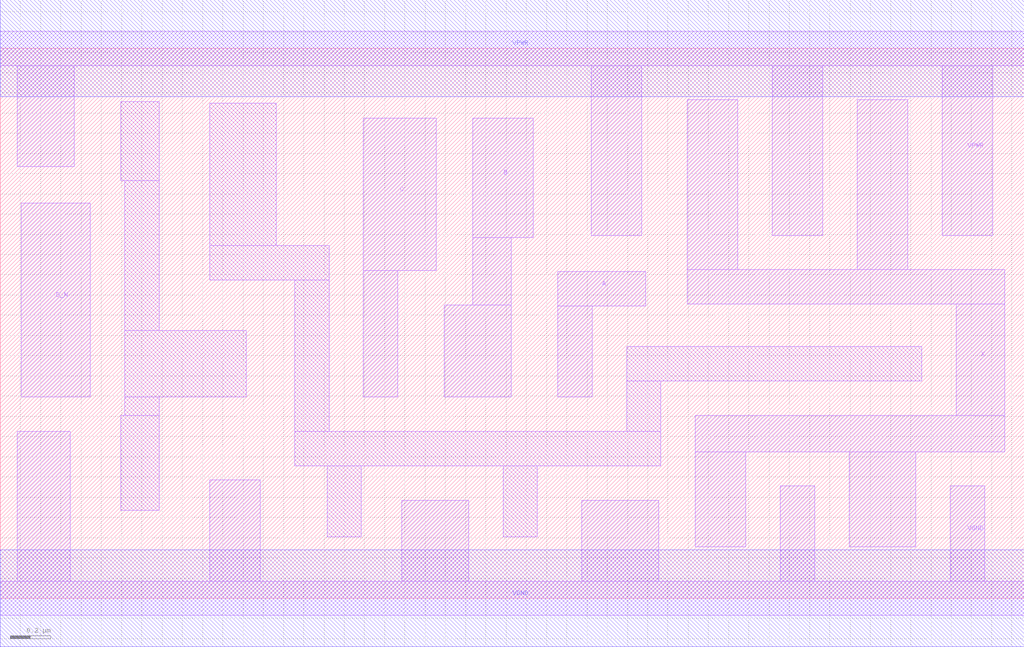
<source format=lef>
# Copyright 2020 The SkyWater PDK Authors
#
# Licensed under the Apache License, Version 2.0 (the "License");
# you may not use this file except in compliance with the License.
# You may obtain a copy of the License at
#
#     https://www.apache.org/licenses/LICENSE-2.0
#
# Unless required by applicable law or agreed to in writing, software
# distributed under the License is distributed on an "AS IS" BASIS,
# WITHOUT WARRANTIES OR CONDITIONS OF ANY KIND, either express or implied.
# See the License for the specific language governing permissions and
# limitations under the License.
#
# SPDX-License-Identifier: Apache-2.0

VERSION 5.5 ;
NAMESCASESENSITIVE ON ;
BUSBITCHARS "[]" ;
DIVIDERCHAR "/" ;
MACRO sky130_fd_sc_hd__or4b_4
  CLASS CORE ;
  SOURCE USER ;
  ORIGIN  0.000000  0.000000 ;
  SIZE  5.060000 BY  2.720000 ;
  SYMMETRY X Y R90 ;
  SITE unithd ;
  PIN A
    ANTENNAGATEAREA  0.247500 ;
    DIRECTION INPUT ;
    USE SIGNAL ;
    PORT
      LAYER li1 ;
        RECT 2.755000 0.995000 2.925000 1.445000 ;
        RECT 2.755000 1.445000 3.190000 1.615000 ;
    END
  END A
  PIN B
    ANTENNAGATEAREA  0.247500 ;
    DIRECTION INPUT ;
    USE SIGNAL ;
    PORT
      LAYER li1 ;
        RECT 2.195000 0.995000 2.525000 1.450000 ;
        RECT 2.335000 1.450000 2.525000 1.785000 ;
        RECT 2.335000 1.785000 2.635000 2.375000 ;
    END
  END B
  PIN C
    ANTENNAGATEAREA  0.247500 ;
    DIRECTION INPUT ;
    USE SIGNAL ;
    PORT
      LAYER li1 ;
        RECT 1.795000 0.995000 1.965000 1.620000 ;
        RECT 1.795000 1.620000 2.155000 2.375000 ;
    END
  END C
  PIN D_N
    ANTENNAGATEAREA  0.126000 ;
    DIRECTION INPUT ;
    USE SIGNAL ;
    PORT
      LAYER li1 ;
        RECT 0.105000 0.995000 0.445000 1.955000 ;
    END
  END D_N
  PIN X
    ANTENNADIFFAREA  0.891000 ;
    DIRECTION OUTPUT ;
    USE SIGNAL ;
    PORT
      LAYER li1 ;
        RECT 3.395000 1.455000 4.965000 1.625000 ;
        RECT 3.395000 1.625000 3.645000 2.465000 ;
        RECT 3.435000 0.255000 3.685000 0.725000 ;
        RECT 3.435000 0.725000 4.965000 0.905000 ;
        RECT 4.195000 0.255000 4.525000 0.725000 ;
        RECT 4.235000 1.625000 4.485000 2.465000 ;
        RECT 4.725000 0.905000 4.965000 1.455000 ;
    END
  END X
  PIN VGND
    DIRECTION INOUT ;
    SHAPE ABUTMENT ;
    USE GROUND ;
    PORT
      LAYER li1 ;
        RECT 0.000000 -0.085000 5.060000 0.085000 ;
        RECT 0.085000  0.085000 0.345000 0.825000 ;
        RECT 1.035000  0.085000 1.285000 0.585000 ;
        RECT 1.985000  0.085000 2.315000 0.485000 ;
        RECT 2.875000  0.085000 3.255000 0.485000 ;
        RECT 3.855000  0.085000 4.025000 0.555000 ;
        RECT 4.695000  0.085000 4.865000 0.555000 ;
    END
    PORT
      LAYER met1 ;
        RECT 0.000000 -0.240000 5.060000 0.240000 ;
    END
  END VGND
  PIN VPWR
    DIRECTION INOUT ;
    SHAPE ABUTMENT ;
    USE POWER ;
    PORT
      LAYER li1 ;
        RECT 0.000000 2.635000 5.060000 2.805000 ;
        RECT 0.085000 2.135000 0.365000 2.635000 ;
        RECT 2.920000 1.795000 3.170000 2.635000 ;
        RECT 3.815000 1.795000 4.065000 2.635000 ;
        RECT 4.655000 1.795000 4.905000 2.635000 ;
    END
    PORT
      LAYER met1 ;
        RECT 0.000000 2.480000 5.060000 2.960000 ;
    END
  END VPWR
  OBS
    LAYER li1 ;
      RECT 0.595000 0.435000 0.785000 0.905000 ;
      RECT 0.595000 2.065000 0.785000 2.455000 ;
      RECT 0.615000 0.905000 0.785000 0.995000 ;
      RECT 0.615000 0.995000 1.215000 1.325000 ;
      RECT 0.615000 1.325000 0.785000 2.065000 ;
      RECT 1.035000 1.575000 1.625000 1.745000 ;
      RECT 1.035000 1.745000 1.365000 2.450000 ;
      RECT 1.455000 0.655000 3.265000 0.825000 ;
      RECT 1.455000 0.825000 1.625000 1.575000 ;
      RECT 1.615000 0.305000 1.785000 0.655000 ;
      RECT 2.485000 0.305000 2.655000 0.655000 ;
      RECT 3.095000 0.825000 3.265000 1.075000 ;
      RECT 3.095000 1.075000 4.555000 1.245000 ;
  END
END sky130_fd_sc_hd__or4b_4
END LIBRARY

</source>
